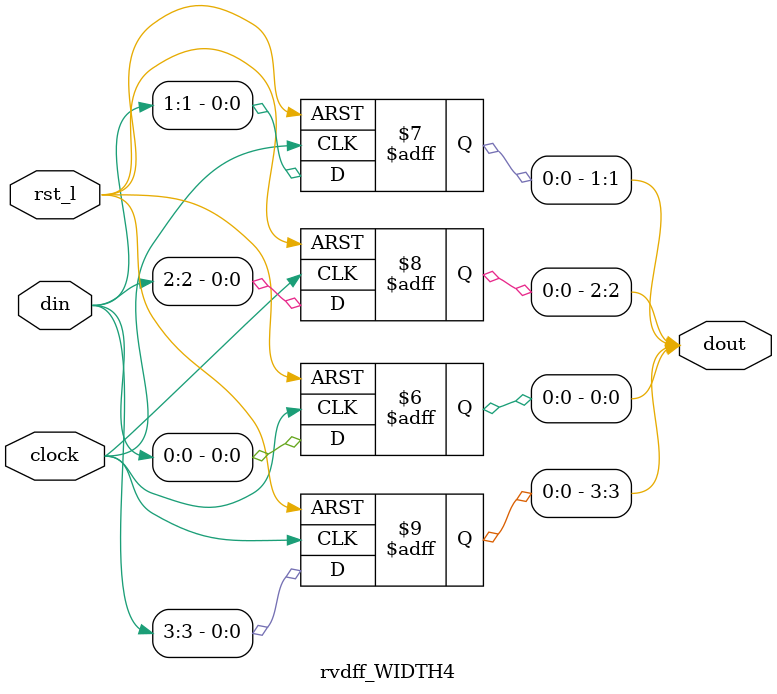
<source format=v>
module rvdff_WIDTH4
(
  din,
  clock,
  rst_l,
  dout
);
  input [3:0] din;
  output [3:0] dout;
  input clock;
  input rst_l;
  wire N0;
  reg [3:0] dout;
  always @(posedge clock or posedge N0) begin
    if(N0) begin
      dout[3] <= 1'b0;
    end else if(1'b1) begin
      dout[3] <= din[3];
    end
  end
  always @(posedge clock or posedge N0) begin
    if(N0) begin
      dout[2] <= 1'b0;
    end else if(1'b1) begin
      dout[2] <= din[2];
    end
  end
  always @(posedge clock or posedge N0) begin
    if(N0) begin
      dout[1] <= 1'b0;
    end else if(1'b1) begin
      dout[1] <= din[1];
    end
  end
  always @(posedge clock or posedge N0) begin
    if(N0) begin
      dout[0] <= 1'b0;
    end else if(1'b1) begin
      dout[0] <= din[0];
    end
  end
  assign N0 = ~rst_l;
endmodule
</source>
